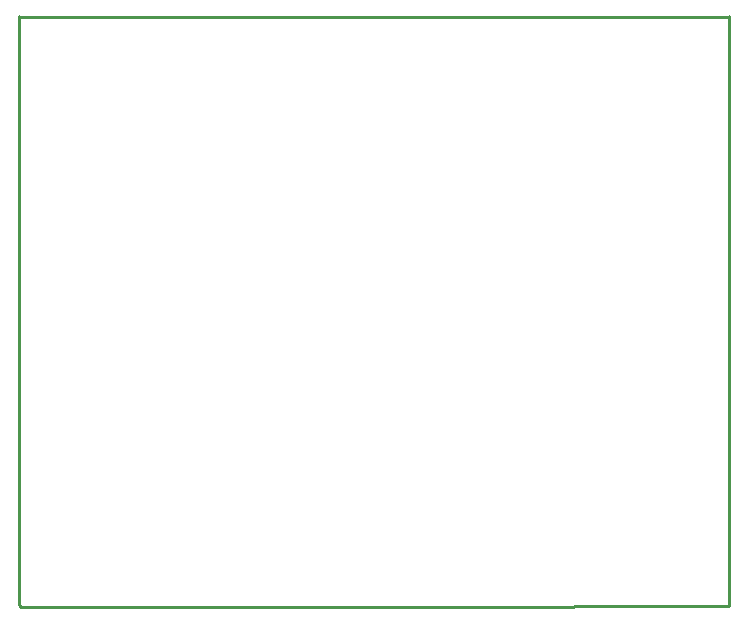
<source format=gko>
G04 Layer_Color=16711935*
%FSLAX24Y24*%
%MOIN*%
G70*
G01*
G75*
%ADD14C,0.0100*%
D14*
X-40Y40D02*
Y19685D01*
Y40D02*
X0Y0D01*
X18450D01*
X18440Y10D02*
X18450Y0D01*
X19410Y19650D02*
X23622D01*
X18440Y10D02*
X23622D01*
Y19685D01*
X-40Y19650D02*
X19410D01*
M02*

</source>
